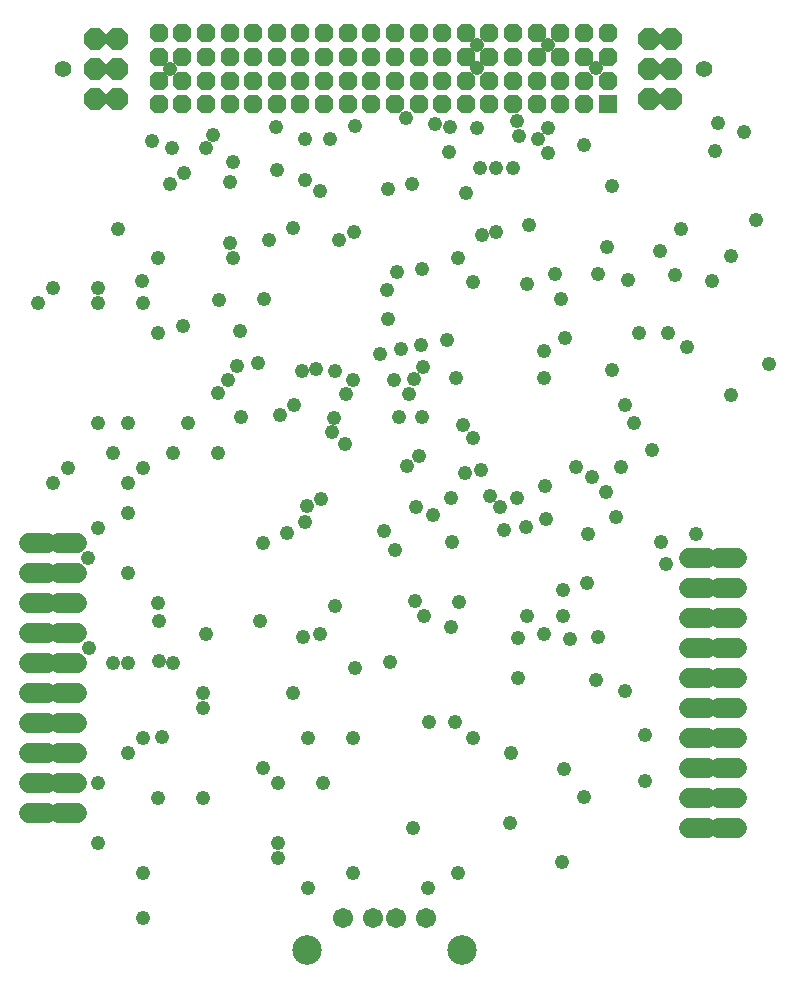
<source format=gbs>
G75*
%MOIN*%
%OFA0B0*%
%FSLAX25Y25*%
%IPPOS*%
%LPD*%
%AMOC8*
5,1,8,0,0,1.08239X$1,22.5*
%
%ADD10C,0.06800*%
%ADD11C,0.05524*%
%ADD12OC8,0.07296*%
%ADD13R,0.06186X0.06186*%
%ADD14OC8,0.06186*%
%ADD15C,0.06737*%
%ADD16C,0.09855*%
%ADD17C,0.04762*%
D10*
X0042000Y0090950D02*
X0048000Y0090950D01*
X0052000Y0090950D02*
X0058000Y0090950D01*
X0058000Y0100950D02*
X0052000Y0100950D01*
X0048000Y0100950D02*
X0042000Y0100950D01*
X0042000Y0110950D02*
X0048000Y0110950D01*
X0052000Y0110950D02*
X0058000Y0110950D01*
X0058000Y0120950D02*
X0052000Y0120950D01*
X0048000Y0120950D02*
X0042000Y0120950D01*
X0042000Y0130950D02*
X0048000Y0130950D01*
X0052000Y0130950D02*
X0058000Y0130950D01*
X0058000Y0140950D02*
X0052000Y0140950D01*
X0048000Y0140950D02*
X0042000Y0140950D01*
X0042000Y0150950D02*
X0048000Y0150950D01*
X0052000Y0150950D02*
X0058000Y0150950D01*
X0058000Y0160950D02*
X0052000Y0160950D01*
X0048000Y0160950D02*
X0042000Y0160950D01*
X0042000Y0170950D02*
X0048000Y0170950D01*
X0052000Y0170950D02*
X0058000Y0170950D01*
X0058000Y0180950D02*
X0052000Y0180950D01*
X0048000Y0180950D02*
X0042000Y0180950D01*
X0262000Y0175950D02*
X0268000Y0175950D01*
X0272000Y0175950D02*
X0278000Y0175950D01*
X0278000Y0165950D02*
X0272000Y0165950D01*
X0268000Y0165950D02*
X0262000Y0165950D01*
X0262000Y0155950D02*
X0268000Y0155950D01*
X0272000Y0155950D02*
X0278000Y0155950D01*
X0278000Y0145950D02*
X0272000Y0145950D01*
X0268000Y0145950D02*
X0262000Y0145950D01*
X0262000Y0135950D02*
X0268000Y0135950D01*
X0272000Y0135950D02*
X0278000Y0135950D01*
X0278000Y0125950D02*
X0272000Y0125950D01*
X0268000Y0125950D02*
X0262000Y0125950D01*
X0262000Y0115950D02*
X0268000Y0115950D01*
X0272000Y0115950D02*
X0278000Y0115950D01*
X0278000Y0105950D02*
X0272000Y0105950D01*
X0268000Y0105950D02*
X0262000Y0105950D01*
X0262000Y0095950D02*
X0268000Y0095950D01*
X0272000Y0095950D02*
X0278000Y0095950D01*
X0278000Y0085950D02*
X0272000Y0085950D01*
X0268000Y0085950D02*
X0262000Y0085950D01*
D11*
X0266870Y0338942D03*
X0053130Y0338942D03*
D12*
X0063996Y0339060D03*
X0063996Y0329060D03*
X0071398Y0329060D03*
X0071398Y0339060D03*
X0071398Y0349060D03*
X0063996Y0349060D03*
X0248602Y0349056D03*
X0256004Y0349056D03*
X0256004Y0339056D03*
X0256004Y0329056D03*
X0248602Y0329056D03*
X0248602Y0339056D03*
D13*
X0234803Y0327249D03*
D14*
X0234803Y0335123D03*
X0226929Y0335123D03*
X0226929Y0327249D03*
X0219055Y0327249D03*
X0219055Y0335123D03*
X0211181Y0335123D03*
X0211181Y0327249D03*
X0203307Y0327249D03*
X0195433Y0327249D03*
X0195433Y0335123D03*
X0203307Y0335123D03*
X0203307Y0342997D03*
X0195433Y0342997D03*
X0195433Y0350871D03*
X0203307Y0350871D03*
X0211181Y0350871D03*
X0211181Y0342997D03*
X0219055Y0342997D03*
X0226929Y0342997D03*
X0226929Y0350871D03*
X0219055Y0350871D03*
X0234803Y0350871D03*
X0234803Y0342997D03*
X0187559Y0342997D03*
X0179685Y0342997D03*
X0179685Y0350871D03*
X0187559Y0350871D03*
X0187559Y0335123D03*
X0187559Y0327249D03*
X0179685Y0327249D03*
X0179685Y0335123D03*
X0171811Y0335123D03*
X0171811Y0327249D03*
X0163937Y0327249D03*
X0163937Y0335123D03*
X0156063Y0335123D03*
X0156063Y0327249D03*
X0148189Y0327249D03*
X0148189Y0335123D03*
X0140315Y0335123D03*
X0140315Y0327249D03*
X0132441Y0327249D03*
X0132441Y0335123D03*
X0124567Y0335123D03*
X0124567Y0327249D03*
X0116693Y0327249D03*
X0108819Y0327249D03*
X0108819Y0335123D03*
X0116693Y0335123D03*
X0116693Y0342997D03*
X0124567Y0342997D03*
X0124567Y0350871D03*
X0116693Y0350871D03*
X0108819Y0350871D03*
X0108819Y0342997D03*
X0100945Y0342997D03*
X0093071Y0342997D03*
X0093071Y0350871D03*
X0100945Y0350871D03*
X0100945Y0335123D03*
X0100945Y0327249D03*
X0093071Y0327249D03*
X0093071Y0335123D03*
X0085197Y0335123D03*
X0085197Y0327249D03*
X0085197Y0342997D03*
X0085197Y0350871D03*
X0132441Y0350871D03*
X0132441Y0342997D03*
X0140315Y0342997D03*
X0140315Y0350871D03*
X0148189Y0350871D03*
X0148189Y0342997D03*
X0156063Y0342997D03*
X0156063Y0350871D03*
X0163937Y0350871D03*
X0163937Y0342997D03*
X0171811Y0342997D03*
X0171811Y0350871D03*
D15*
X0174230Y0056142D03*
X0164387Y0056142D03*
X0156513Y0056142D03*
X0146670Y0056142D03*
D16*
X0134584Y0045472D03*
X0186316Y0045472D03*
D17*
X0065000Y0080950D03*
X0080000Y0070950D03*
X0080000Y0055950D03*
X0085000Y0095950D03*
X0075000Y0110950D03*
X0080000Y0115950D03*
X0086375Y0116275D03*
X0100000Y0125950D03*
X0100000Y0130950D03*
X0090000Y0140950D03*
X0085250Y0141700D03*
X0075000Y0140950D03*
X0070000Y0140950D03*
X0061800Y0145950D03*
X0085250Y0155200D03*
X0085000Y0160950D03*
X0075000Y0170950D03*
X0061575Y0175950D03*
X0065000Y0185950D03*
X0075000Y0190950D03*
X0075000Y0200950D03*
X0080000Y0205950D03*
X0090000Y0210950D03*
X0095000Y0220950D03*
X0105000Y0230950D03*
X0108200Y0235525D03*
X0111350Y0240025D03*
X0118425Y0240900D03*
X0112250Y0251725D03*
X0105275Y0262075D03*
X0110000Y0275950D03*
X0108875Y0281200D03*
X0121925Y0282100D03*
X0130025Y0285925D03*
X0139025Y0298525D03*
X0133850Y0302125D03*
X0124775Y0305500D03*
X0134075Y0315625D03*
X0142400Y0315850D03*
X0150725Y0319900D03*
X0167600Y0322600D03*
X0177275Y0320575D03*
X0182225Y0319675D03*
X0182000Y0311350D03*
X0191225Y0319450D03*
X0192350Y0305950D03*
X0197750Y0305950D03*
X0203375Y0305950D03*
X0205400Y0316750D03*
X0204725Y0321700D03*
X0211475Y0315850D03*
X0215075Y0319450D03*
X0215000Y0310950D03*
X0227000Y0313600D03*
X0236225Y0300100D03*
X0234650Y0279850D03*
X0231500Y0270850D03*
X0241625Y0268825D03*
X0252200Y0278500D03*
X0257375Y0270400D03*
X0269750Y0268375D03*
X0276050Y0276700D03*
X0284375Y0288850D03*
X0270725Y0311625D03*
X0271775Y0321025D03*
X0280325Y0318100D03*
X0259400Y0285700D03*
X0255000Y0250950D03*
X0261425Y0246325D03*
X0245450Y0251050D03*
X0236450Y0238675D03*
X0240500Y0227200D03*
X0243650Y0220900D03*
X0249550Y0212150D03*
X0239150Y0206275D03*
X0234425Y0198175D03*
X0229700Y0203125D03*
X0224300Y0206275D03*
X0213950Y0199975D03*
X0204500Y0196150D03*
X0199100Y0193000D03*
X0195500Y0196600D03*
X0192575Y0205375D03*
X0187400Y0204475D03*
X0182675Y0196150D03*
X0176600Y0190525D03*
X0171000Y0193200D03*
X0160400Y0185125D03*
X0163875Y0178700D03*
X0170525Y0161725D03*
X0173675Y0156775D03*
X0182700Y0153200D03*
X0185375Y0161275D03*
X0182900Y0181525D03*
X0200225Y0185350D03*
X0207650Y0186250D03*
X0214375Y0189100D03*
X0228350Y0184000D03*
X0237575Y0189625D03*
X0252650Y0181525D03*
X0254225Y0173875D03*
X0264350Y0184000D03*
X0231725Y0149800D03*
X0222275Y0149125D03*
X0219800Y0156775D03*
X0220025Y0165325D03*
X0227900Y0167575D03*
X0213725Y0150700D03*
X0208100Y0156550D03*
X0205000Y0149375D03*
X0205000Y0135950D03*
X0190000Y0115950D03*
X0184025Y0121450D03*
X0175250Y0121450D03*
X0162425Y0141250D03*
X0150500Y0139450D03*
X0138875Y0150725D03*
X0133175Y0149575D03*
X0143875Y0160050D03*
X0119000Y0155200D03*
X0101000Y0150700D03*
X0130000Y0130950D03*
X0135000Y0115950D03*
X0150000Y0115950D03*
X0140000Y0100950D03*
X0125000Y0100950D03*
X0120000Y0105950D03*
X0100000Y0095950D03*
X0125000Y0080950D03*
X0125000Y0075950D03*
X0135000Y0065950D03*
X0150000Y0070950D03*
X0170000Y0085950D03*
X0185000Y0070950D03*
X0175000Y0065950D03*
X0202250Y0087700D03*
X0219525Y0074825D03*
X0227000Y0096225D03*
X0220200Y0105725D03*
X0202475Y0110875D03*
X0231050Y0135400D03*
X0240725Y0131800D03*
X0247250Y0116950D03*
X0247350Y0101550D03*
X0167825Y0206725D03*
X0171875Y0210100D03*
X0173000Y0222925D03*
X0168500Y0230575D03*
X0170175Y0235725D03*
X0173225Y0239575D03*
X0172775Y0247000D03*
X0165800Y0245650D03*
X0159050Y0244075D03*
X0163775Y0235300D03*
X0165125Y0223150D03*
X0147575Y0230575D03*
X0150050Y0235300D03*
X0143975Y0238450D03*
X0137675Y0238900D03*
X0132950Y0238450D03*
X0130250Y0227200D03*
X0125525Y0223600D03*
X0112475Y0222925D03*
X0105000Y0210950D03*
X0120000Y0180950D03*
X0128000Y0184450D03*
X0134075Y0188050D03*
X0134750Y0193450D03*
X0139250Y0195700D03*
X0147125Y0213925D03*
X0142850Y0217975D03*
X0143750Y0222700D03*
X0161525Y0255775D03*
X0161125Y0265225D03*
X0164675Y0271300D03*
X0173000Y0272425D03*
X0185000Y0275950D03*
X0189875Y0267925D03*
X0193025Y0283675D03*
X0197525Y0284800D03*
X0187625Y0297625D03*
X0169775Y0300725D03*
X0161525Y0298975D03*
X0150400Y0284600D03*
X0145325Y0281875D03*
X0120350Y0262525D03*
X0093125Y0253525D03*
X0085000Y0250950D03*
X0080000Y0260950D03*
X0079625Y0268375D03*
X0085000Y0275950D03*
X0071750Y0285700D03*
X0065000Y0265950D03*
X0065000Y0260950D03*
X0050000Y0265950D03*
X0045000Y0260950D03*
X0065000Y0220950D03*
X0070000Y0210950D03*
X0075000Y0220950D03*
X0055000Y0205950D03*
X0050000Y0200950D03*
X0065000Y0100950D03*
X0184250Y0236200D03*
X0181325Y0248575D03*
X0186500Y0220450D03*
X0190100Y0215950D03*
X0213500Y0236200D03*
X0213500Y0245200D03*
X0220475Y0249475D03*
X0219350Y0262525D03*
X0217325Y0270850D03*
X0207875Y0267250D03*
X0208775Y0287050D03*
X0191450Y0339250D03*
X0191450Y0346900D03*
X0215075Y0346900D03*
X0230825Y0339250D03*
X0288650Y0240700D03*
X0275975Y0230275D03*
X0124175Y0319675D03*
X0110000Y0308200D03*
X0109100Y0301225D03*
X0101000Y0312700D03*
X0103250Y0317200D03*
X0093575Y0304375D03*
X0089075Y0300775D03*
X0089525Y0312700D03*
X0083000Y0314950D03*
X0089075Y0339025D03*
M02*

</source>
